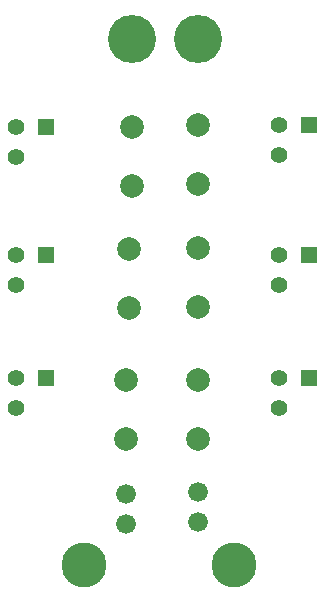
<source format=gbr>
G04 #@! TF.FileFunction,Copper,L2,Bot,Signal*
%FSLAX46Y46*%
G04 Gerber Fmt 4.6, Leading zero omitted, Abs format (unit mm)*
G04 Created by KiCad (PCBNEW (after 2015-mar-04 BZR unknown)-product) date Wed 09 Sep 2015 12:18:02 PM PDT*
%MOMM*%
G01*
G04 APERTURE LIST*
%ADD10C,0.100000*%
%ADD11R,1.397000X1.397000*%
%ADD12C,1.397000*%
%ADD13C,1.676400*%
%ADD14C,1.998980*%
%ADD15C,4.064000*%
%ADD16C,3.810000*%
G04 APERTURE END LIST*
D10*
D11*
X151511000Y-78613000D03*
D12*
X148971000Y-78613000D03*
X148971000Y-81153000D03*
D13*
X136080500Y-109855000D03*
X136080500Y-112395000D03*
X142176500Y-109728000D03*
X142176500Y-112268000D03*
D11*
X129286000Y-100012500D03*
D12*
X126746000Y-100012500D03*
X126746000Y-102552500D03*
D11*
X129286000Y-89598500D03*
D12*
X126746000Y-89598500D03*
X126746000Y-92138500D03*
D11*
X151511000Y-89598500D03*
D12*
X148971000Y-89598500D03*
X148971000Y-92138500D03*
D11*
X129273300Y-78806040D03*
D12*
X126733300Y-78806040D03*
X126733300Y-81346040D03*
D11*
X151511000Y-100012500D03*
D12*
X148971000Y-100012500D03*
X148971000Y-102552500D03*
D14*
X136080500Y-100243640D03*
X136080500Y-105244900D03*
X142176500Y-83601560D03*
X142176500Y-78600300D03*
X136334500Y-89131140D03*
X136334500Y-94132400D03*
X142176500Y-94066360D03*
X142176500Y-89065100D03*
X136588500Y-78806040D03*
X136588500Y-83807300D03*
X142176500Y-100243640D03*
X142176500Y-105244900D03*
D15*
X142176500Y-71374000D03*
X136588500Y-71310500D03*
D16*
X132524500Y-115900200D03*
X145224500Y-115900200D03*
M02*

</source>
